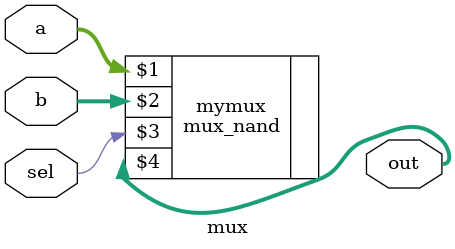
<source format=v>
module mux( 
input [4:0] a, b,
input sel,
output [4:0] out );
// When sel=0, assign a to out. 
// When sel=1, assign b to out.
mux_nand #(.W(5)) mymux(a, b, sel, out);
endmodule

</source>
